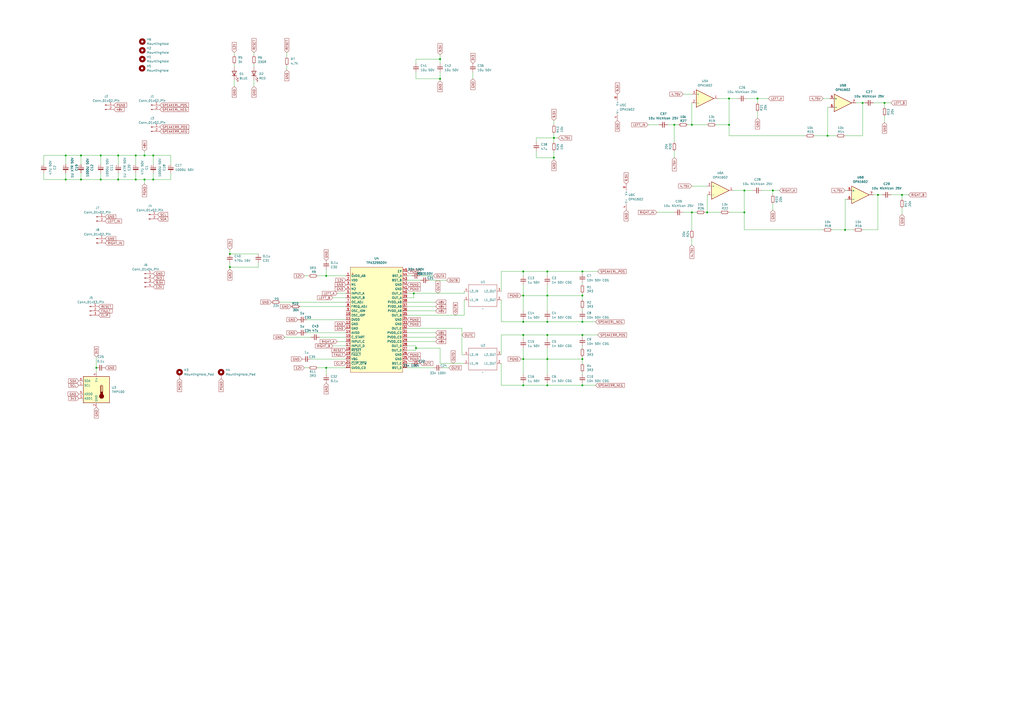
<source format=kicad_sch>
(kicad_sch (version 20231120) (generator "eeschema") (generator_version "8.0")
  (paper "A2")
  (junction (at 317.5 157.48))
  (junction (at 303.53 223.52))
  (junction (at 321.31 80.01))
  (junction (at 83.82 90.17))
  (junction (at 410.21 123.19))
  (junction (at 58.42 104.14))
  (junction (at 509.27 113.03))
  (junction (at 321.31 91.44))
  (junction (at 303.53 208.28))
  (junction (at 255.27 34.29))
  (junction (at 303.53 171.45))
  (junction (at 448.31 110.49))
  (junction (at 88.9 90.17))
  (junction (at 88.9 104.14))
  (junction (at 38.1 104.14))
  (junction (at 500.38 59.69))
  (junction (at 431.8 123.19))
  (junction (at 401.32 72.39))
  (junction (at 78.74 104.14))
  (junction (at 189.23 213.36))
  (junction (at 422.91 57.15))
  (junction (at 241.3 201.93))
  (junction (at 255.27 45.72))
  (junction (at 189.23 160.02))
  (junction (at 303.53 157.48))
  (junction (at 68.58 104.14))
  (junction (at 523.24 113.03))
  (junction (at 391.16 72.39))
  (junction (at 337.82 157.48))
  (junction (at 46.99 90.17))
  (junction (at 38.1 90.17))
  (junction (at 317.5 223.52))
  (junction (at 439.42 57.15))
  (junction (at 513.08 59.69))
  (junction (at 133.35 147.32))
  (junction (at 490.22 133.35))
  (junction (at 337.82 208.28))
  (junction (at 401.32 123.19))
  (junction (at 58.42 90.17))
  (junction (at 337.82 194.31))
  (junction (at 422.91 72.39))
  (junction (at 83.82 104.14))
  (junction (at 317.5 171.45))
  (junction (at 240.03 170.18))
  (junction (at 480.06 78.74))
  (junction (at 303.53 194.31))
  (junction (at 317.5 208.28))
  (junction (at 303.53 186.69))
  (junction (at 317.5 186.69))
  (junction (at 337.82 186.69))
  (junction (at 317.5 194.31))
  (junction (at 46.99 104.14))
  (junction (at 133.35 154.94))
  (junction (at 68.58 90.17))
  (junction (at 78.74 90.17))
  (junction (at 55.88 213.36))
  (junction (at 431.8 110.49))
  (junction (at 337.82 223.52))
  (junction (at 337.82 171.45))
  (wire (pts (xy 290.83 157.48) (xy 290.83 168.91)))
  (wire (pts (xy 147.32 38.735) (xy 147.32 37.211)))
  (wire (pts (xy 401.32 133.35) (xy 401.32 123.19)))
  (wire (pts (xy 255.27 34.29) (xy 241.3 34.29)))
  (wire (pts (xy 321.31 80.01) (xy 311.15 80.01)))
  (wire (pts (xy 337.82 207.01) (xy 337.82 208.28)))
  (wire (pts (xy 38.1 104.14) (xy 46.99 104.14)))
  (wire (pts (xy 391.16 91.44) (xy 391.16 87.63)))
  (wire (pts (xy 83.82 90.17) (xy 83.82 87.63)))
  (wire (pts (xy 236.22 172.72) (xy 240.03 172.72)))
  (wire (pts (xy 303.53 208.28) (xy 317.5 208.28)))
  (wire (pts (xy 241.3 200.66) (xy 241.3 201.93)))
  (wire (pts (xy 260.35 213.36) (xy 256.54 213.36)))
  (wire (pts (xy 509.27 113.03) (xy 509.27 133.35)))
  (wire (pts (xy 523.24 113.03) (xy 516.89 113.03)))
  (wire (pts (xy 427.99 57.15) (xy 422.91 57.15)))
  (wire (pts (xy 317.5 180.34) (xy 317.5 171.45)))
  (wire (pts (xy 337.82 200.66) (xy 337.82 201.93)))
  (wire (pts (xy 193.04 172.72) (xy 200.66 172.72)))
  (wire (pts (xy 189.23 213.36) (xy 200.66 213.36)))
  (wire (pts (xy 337.82 208.28) (xy 337.82 210.82)))
  (wire (pts (xy 185.42 195.58) (xy 200.66 195.58)))
  (wire (pts (xy 149.86 154.94) (xy 133.35 154.94)))
  (wire (pts (xy 337.82 157.48) (xy 346.71 157.48)))
  (wire (pts (xy 255.27 210.82) (xy 269.24 210.82)))
  (wire (pts (xy 495.3 133.35) (xy 490.22 133.35)))
  (wire (pts (xy 302.26 208.28) (xy 303.53 208.28)))
  (wire (pts (xy 431.8 123.19) (xy 431.8 110.49)))
  (wire (pts (xy 38.1 90.17) (xy 38.1 95.25)))
  (wire (pts (xy 25.4 104.14) (xy 38.1 104.14)))
  (wire (pts (xy 321.31 92.71) (xy 321.31 91.44)))
  (wire (pts (xy 252.73 198.12) (xy 236.22 198.12)))
  (wire (pts (xy 38.1 100.33) (xy 38.1 104.14)))
  (wire (pts (xy 46.99 90.17) (xy 46.99 95.25)))
  (wire (pts (xy 317.5 185.42) (xy 317.5 186.69)))
  (wire (pts (xy 321.31 77.47) (xy 321.31 80.01)))
  (wire (pts (xy 396.24 54.61) (xy 401.32 54.61)))
  (wire (pts (xy 416.56 57.15) (xy 422.91 57.15)))
  (wire (pts (xy 269.24 170.18) (xy 240.03 170.18)))
  (wire (pts (xy 337.82 179.07) (xy 337.82 180.34)))
  (wire (pts (xy 189.23 160.02) (xy 200.66 160.02)))
  (wire (pts (xy 240.03 170.18) (xy 240.03 172.72)))
  (wire (pts (xy 162.56 175.26) (xy 200.66 175.26)))
  (wire (pts (xy 302.26 171.45) (xy 303.53 171.45)))
  (wire (pts (xy 337.82 223.52) (xy 317.5 223.52)))
  (wire (pts (xy 251.46 213.36) (xy 236.22 213.36)))
  (wire (pts (xy 25.4 90.17) (xy 25.4 95.25)))
  (wire (pts (xy 135.89 38.735) (xy 135.89 37.211)))
  (wire (pts (xy 321.31 80.01) (xy 321.31 82.55)))
  (wire (pts (xy 78.74 100.33) (xy 78.74 104.14)))
  (wire (pts (xy 241.3 201.93) (xy 255.27 201.93)))
  (wire (pts (xy 165.1 195.58) (xy 180.34 195.58)))
  (wire (pts (xy 135.89 32.131) (xy 135.89 30.48)))
  (wire (pts (xy 452.12 110.49) (xy 448.31 110.49)))
  (wire (pts (xy 523.24 120.65) (xy 523.24 124.46)))
  (wire (pts (xy 290.83 210.82) (xy 290.83 223.52)))
  (wire (pts (xy 448.31 118.11) (xy 448.31 121.92)))
  (wire (pts (xy 391.16 82.55) (xy 391.16 72.39)))
  (wire (pts (xy 147.32 50.165) (xy 147.32 46.355)))
  (wire (pts (xy 317.5 222.25) (xy 317.5 223.52)))
  (wire (pts (xy 513.08 59.69) (xy 506.73 59.69)))
  (wire (pts (xy 303.53 223.52) (xy 303.53 222.25)))
  (wire (pts (xy 303.53 223.52) (xy 290.83 223.52)))
  (wire (pts (xy 482.6 133.35) (xy 490.22 133.35)))
  (wire (pts (xy 422.91 57.15) (xy 422.91 72.39)))
  (wire (pts (xy 303.53 186.69) (xy 303.53 185.42)))
  (wire (pts (xy 303.53 217.17) (xy 303.53 208.28)))
  (wire (pts (xy 337.82 194.31) (xy 346.71 194.31)))
  (wire (pts (xy 177.8 185.42) (xy 200.66 185.42)))
  (wire (pts (xy 99.06 95.25) (xy 99.06 90.17)))
  (wire (pts (xy 317.5 217.17) (xy 317.5 208.28)))
  (wire (pts (xy 88.9 95.25) (xy 88.9 90.17)))
  (wire (pts (xy 337.82 222.25) (xy 337.82 223.52)))
  (wire (pts (xy 243.84 162.56) (xy 236.22 162.56)))
  (wire (pts (xy 147.32 32.131) (xy 147.32 30.48)))
  (wire (pts (xy 184.15 160.02) (xy 189.23 160.02)))
  (wire (pts (xy 500.38 59.69) (xy 500.38 78.74)))
  (wire (pts (xy 133.35 154.94) (xy 133.35 152.4)))
  (wire (pts (xy 311.15 91.44) (xy 321.31 91.44)))
  (wire (pts (xy 317.5 208.28) (xy 337.82 208.28)))
  (wire (pts (xy 135.89 50.165) (xy 135.89 46.355)))
  (wire (pts (xy 189.23 156.21) (xy 189.23 160.02)))
  (wire (pts (xy 415.29 72.39) (xy 422.91 72.39)))
  (wire (pts (xy 46.99 100.33) (xy 46.99 104.14)))
  (wire (pts (xy 337.82 158.75) (xy 337.82 157.48)))
  (wire (pts (xy 55.88 213.36) (xy 55.88 215.9)))
  (wire (pts (xy 523.24 113.03) (xy 523.24 115.57)))
  (wire (pts (xy 509.27 133.35) (xy 500.38 133.35)))
  (wire (pts (xy 439.42 64.77) (xy 439.42 68.58)))
  (wire (pts (xy 303.53 186.69) (xy 290.83 186.69)))
  (wire (pts (xy 133.35 144.78) (xy 133.35 147.32)))
  (wire (pts (xy 195.58 170.18) (xy 200.66 170.18)))
  (wire (pts (xy 83.82 106.68) (xy 83.82 104.14)))
  (wire (pts (xy 490.22 110.49) (xy 491.49 110.49)))
  (wire (pts (xy 290.83 194.31) (xy 290.83 205.74)))
  (wire (pts (xy 267.97 205.74) (xy 269.24 205.74)))
  (wire (pts (xy 195.58 198.12) (xy 200.66 198.12)))
  (wire (pts (xy 480.06 78.74) (xy 485.14 78.74)))
  (wire (pts (xy 58.42 90.17) (xy 58.42 95.25)))
  (wire (pts (xy 439.42 57.15) (xy 439.42 59.69)))
  (wire (pts (xy 58.42 100.33) (xy 58.42 104.14)))
  (wire (pts (xy 509.27 113.03) (xy 506.73 113.03)))
  (wire (pts (xy 439.42 57.15) (xy 433.07 57.15)))
  (wire (pts (xy 241.3 45.72) (xy 255.27 45.72)))
  (wire (pts (xy 375.92 72.39) (xy 382.27 72.39)))
  (wire (pts (xy 337.82 195.58) (xy 337.82 194.31)))
  (wire (pts (xy 236.22 170.18) (xy 240.03 170.18)))
  (wire (pts (xy 252.73 180.34) (xy 236.22 180.34)))
  (wire (pts (xy 193.04 200.66) (xy 200.66 200.66)))
  (wire (pts (xy 445.77 57.15) (xy 439.42 57.15)))
  (wire (pts (xy 46.99 104.14) (xy 58.42 104.14)))
  (wire (pts (xy 516.89 59.69) (xy 513.08 59.69)))
  (wire (pts (xy 477.52 133.35) (xy 431.8 133.35)))
  (wire (pts (xy 490.22 115.57) (xy 491.49 115.57)))
  (wire (pts (xy 255.27 46.99) (xy 255.27 45.72)))
  (wire (pts (xy 317.5 165.1) (xy 317.5 171.45)))
  (wire (pts (xy 241.3 41.91) (xy 241.3 45.72)))
  (wire (pts (xy 78.74 90.17) (xy 78.74 95.25)))
  (wire (pts (xy 252.73 195.58) (xy 236.22 195.58)))
  (wire (pts (xy 259.08 162.56) (xy 248.92 162.56)))
  (wire (pts (xy 251.46 160.02) (xy 243.84 160.02)))
  (wire (pts (xy 55.88 207.01) (xy 55.88 213.36)))
  (wire (pts (xy 303.53 194.31) (xy 290.83 194.31)))
  (wire (pts (xy 480.06 62.23) (xy 481.33 62.23)))
  (wire (pts (xy 303.53 196.85) (xy 303.53 194.31)))
  (wire (pts (xy 99.06 104.14) (xy 99.06 100.33)))
  (wire (pts (xy 78.74 90.17) (xy 68.58 90.17)))
  (wire (pts (xy 317.5 223.52) (xy 303.53 223.52)))
  (wire (pts (xy 133.35 156.21) (xy 133.35 154.94)))
  (wire (pts (xy 303.53 208.28) (xy 303.53 201.93)))
  (wire (pts (xy 303.53 160.02) (xy 303.53 157.48)))
  (wire (pts (xy 238.76 210.82) (xy 236.22 210.82)))
  (wire (pts (xy 149.86 147.32) (xy 133.35 147.32)))
  (wire (pts (xy 401.32 59.69) (xy 401.32 72.39)))
  (wire (pts (xy 255.27 45.72) (xy 255.27 41.91)))
  (wire (pts (xy 88.9 104.14) (xy 99.06 104.14)))
  (wire (pts (xy 527.05 113.03) (xy 523.24 113.03)))
  (wire (pts (xy 166.37 33.02) (xy 166.37 30.48)))
  (wire (pts (xy 317.5 171.45) (xy 337.82 171.45)))
  (wire (pts (xy 58.42 104.14) (xy 68.58 104.14)))
  (wire (pts (xy 236.22 182.88) (xy 269.24 182.88)))
  (wire (pts (xy 166.37 40.64) (xy 166.37 38.1)))
  (wire (pts (xy 303.53 157.48) (xy 290.83 157.48)))
  (wire (pts (xy 252.73 175.26) (xy 236.22 175.26)))
  (wire (pts (xy 337.82 186.69) (xy 317.5 186.69)))
  (wire (pts (xy 431.8 123.19) (xy 431.8 133.35)))
  (wire (pts (xy 410.21 123.19) (xy 417.83 123.19)))
  (wire (pts (xy 472.44 78.74) (xy 480.06 78.74)))
  (wire (pts (xy 68.58 90.17) (xy 58.42 90.17)))
  (wire (pts (xy 317.5 194.31) (xy 317.5 196.85)))
  (wire (pts (xy 303.53 171.45) (xy 317.5 171.45)))
  (wire (pts (xy 88.9 104.14) (xy 88.9 100.33)))
  (wire (pts (xy 303.53 194.31) (xy 317.5 194.31)))
  (wire (pts (xy 425.45 110.49) (xy 431.8 110.49)))
  (wire (pts (xy 68.58 104.14) (xy 68.58 100.33)))
  (wire (pts (xy 303.53 157.48) (xy 317.5 157.48)))
  (wire (pts (xy 290.83 186.69) (xy 290.83 173.99)))
  (wire (pts (xy 477.52 57.15) (xy 481.33 57.15)))
  (wire (pts (xy 267.97 190.5) (xy 267.97 205.74)))
  (wire (pts (xy 513.08 67.31) (xy 513.08 71.12)))
  (wire (pts (xy 83.82 104.14) (xy 78.74 104.14)))
  (wire (pts (xy 467.36 78.74) (xy 422.91 78.74)))
  (wire (pts (xy 236.22 203.2) (xy 241.3 203.2)))
  (wire (pts (xy 311.15 80.01) (xy 311.15 82.55)))
  (wire (pts (xy 255.27 34.29) (xy 255.27 36.83)))
  (wire (pts (xy 448.31 110.49) (xy 441.96 110.49)))
  (wire (pts (xy 311.15 87.63) (xy 311.15 91.44)))
  (wire (pts (xy 321.31 69.85) (xy 321.31 72.39)))
  (wire (pts (xy 317.5 157.48) (xy 317.5 160.02)))
  (wire (pts (xy 58.42 90.17) (xy 46.99 90.17)))
  (wire (pts (xy 238.76 160.02) (xy 236.22 160.02)))
  (wire (pts (xy 321.31 91.44) (xy 321.31 87.63)))
  (wire (pts (xy 490.22 115.57) (xy 490.22 133.35)))
  (wire (pts (xy 513.08 59.69) (xy 513.08 62.23)))
  (wire (pts (xy 500.38 78.74) (xy 490.22 78.74)))
  (wire (pts (xy 68.58 90.17) (xy 68.58 95.25)))
  (wire (pts (xy 337.82 157.48) (xy 317.5 157.48)))
  (wire (pts (xy 184.15 213.36) (xy 189.23 213.36)))
  (wire (pts (xy 436.88 110.49) (xy 431.8 110.49)))
  (wire (pts (xy 480.06 62.23) (xy 480.06 78.74)))
  (wire (pts (xy 78.74 104.14) (xy 68.58 104.14)))
  (wire (pts (xy 337.82 215.9) (xy 337.82 217.17)))
  (wire (pts (xy 173.99 177.8) (xy 200.66 177.8)))
  (wire (pts (xy 337.82 171.45) (xy 337.82 173.99)))
  (wire (pts (xy 398.78 72.39) (xy 401.32 72.39)))
  (wire (pts (xy 422.91 72.39) (xy 422.91 78.74)))
  (wire (pts (xy 236.22 190.5) (xy 267.97 190.5)))
  (wire (pts (xy 401.32 123.19) (xy 403.86 123.19)))
  (wire (pts (xy 317.5 186.69) (xy 303.53 186.69)))
  (wire (pts (xy 38.1 90.17) (xy 25.4 90.17)))
  (wire (pts (xy 337.82 223.52) (xy 345.44 223.52)))
  (wire (pts (xy 391.16 72.39) (xy 393.7 72.39)))
  (wire (pts (xy 177.8 193.04) (xy 200.66 193.04)))
  (wire (pts (xy 317.5 201.93) (xy 317.5 208.28)))
  (wire (pts (xy 25.4 100.33) (xy 25.4 104.14)))
  (wire (pts (xy 83.82 90.17) (xy 78.74 90.17)))
  (wire (pts (xy 189.23 217.17) (xy 189.23 213.36)))
  (wire (pts (xy 176.53 213.36) (xy 179.07 213.36)))
  (wire (pts (xy 46.99 90.17) (xy 38.1 90.17)))
  (wire (pts (xy 500.38 59.69) (xy 496.57 59.69)))
  (wire (pts (xy 381 123.19) (xy 391.16 123.19)))
  (wire (pts (xy 180.34 208.28) (xy 200.66 208.28)))
  (wire (pts (xy 401.32 107.95) (xy 410.21 107.95)))
  (wire (pts (xy 337.82 170.18) (xy 337.82 171.45)))
  (wire (pts (xy 337.82 186.69) (xy 345.44 186.69)))
  (wire (pts (xy 255.27 201.93) (xy 255.27 210.82)))
  (wire (pts (xy 241.3 201.93) (xy 241.3 203.2)))
  (wire (pts (xy 303.53 180.34) (xy 303.53 171.45)))
  (wire (pts (xy 236.22 200.66) (xy 241.3 200.66)))
  (wire (pts (xy 337.82 194.31) (xy 317.5 194.31)))
  (wire (pts (xy 401.32 142.24) (xy 401.32 138.43)))
  (wire (pts (xy 501.65 59.69) (xy 500.38 59.69)))
  (wire (pts (xy 83.82 104.14) (xy 88.9 104.14)))
  (wire (pts (xy 396.24 123.19) (xy 401.32 123.19)))
  (wire (pts (xy 410.21 113.03) (xy 410.21 123.19)))
  (wire (pts (xy 269.24 173.99) (xy 269.24 182.88)))
  (wire (pts (xy 252.73 193.04) (xy 236.22 193.04)))
  (wire (pts (xy 511.81 113.03) (xy 509.27 113.03)))
  (wire (pts (xy 88.9 90.17) (xy 83.82 90.17)))
  (wire (pts (xy 176.53 160.02) (xy 179.07 160.02)))
  (wire (pts (xy 269.24 170.18) (xy 269.24 168.91)))
  (wire (pts (xy 422.91 123.19) (xy 431.8 123.19)))
  (wire (pts (xy 274.32 45.72) (xy 274.32 41.91)))
  (wire (pts (xy 401.32 72.39) (xy 410.21 72.39)))
  (wire (pts (xy 387.35 72.39) (xy 391.16 72.39)))
  (wire (pts (xy 337.82 163.83) (xy 337.82 165.1)))
  (wire (pts (xy 408.94 123.19) (xy 410.21 123.19)))
  (wire (pts (xy 303.53 171.45) (xy 303.53 165.1)))
  (wire (pts (xy 337.82 185.42) (xy 337.82 186.69)))
  (wire (pts (xy 241.3 34.29) (xy 241.3 36.83)))
  (wire (pts (xy 252.73 177.8) (xy 236.22 177.8)))
  (wire (pts (xy 448.31 110.49) (xy 448.31 113.03)))
  (wire (pts (xy 99.06 90.17) (xy 88.9 90.17)))
  (wire (pts (xy 323.85 80.01) (xy 321.31 80.01)))
  (wire (pts (xy 149.86 152.4) (xy 149.86 154.94)))
  (wire (pts (xy 255.27 31.75) (xy 255.27 34.29)))
  (global_label "GND" (shape input) (at 135.89 50.165 270) (property "Intersheetrefs" "${INTERSHEET_REFS}" (effects (hide yes))))
  (global_label "RESET" (shape input) (at 57.15 177.8 0) (property "Intersheetrefs" "${INTERSHEET_REFS}" (effects (hide yes))))
  (global_label "GND" (shape input) (at 60.96 125.73 0) (property "Intersheetrefs" "${INTERSHEET_REFS}" (effects (hide yes))))
  (global_label "FAULT" (shape input) (at 200.66 205.74 180) (property "Intersheetrefs" "${INTERSHEET_REFS}" (effects (hide yes))))
  (global_label "3V3" (shape input) (at 274.32 36.83 90) (property "Intersheetrefs" "${INTERSHEET_REFS}" (effects (hide yes))))
  (global_label "SCL" (shape input) (at 91.44 124.46 0) (property "Intersheetrefs" "${INTERSHEET_REFS}" (effects (hide yes))))
  (global_label "4.75V" (shape input) (at 323.85 80.01 0) (property "Intersheetrefs" "${INTERSHEET_REFS}" (effects (hide yes))))
  (global_label "RIGHT_B" (shape input) (at 527.05 113.03 0) (property "Intersheetrefs" "${INTERSHEET_REFS}" (effects (hide yes))))
  (global_label "48V" (shape input) (at 252.73 193.04 0) (property "Intersheetrefs" "${INTERSHEET_REFS}" (effects (hide yes))))
  (global_label "9.5V" (shape input) (at 88.9 163.83 0) (property "Intersheetrefs" "${INTERSHEET_REFS}" (effects (hide yes))))
  (global_label "SPEAKERL_POS" (shape input) (at 346.71 157.48 0) (property "Intersheetrefs" "${INTERSHEET_REFS}" (effects (hide yes))))
  (global_label "12V" (shape input) (at 88.9 166.37 0) (property "Intersheetrefs" "${INTERSHEET_REFS}" (effects (hide yes))))
  (global_label "RIGHT_A" (shape input) (at 195.58 198.12 180) (property "Intersheetrefs" "${INTERSHEET_REFS}" (effects (hide yes))))
  (global_label "3V3" (shape input) (at 45.72 231.14 180) (property "Intersheetrefs" "${INTERSHEET_REFS}" (effects (hide yes))))
  (global_label "PGND" (shape input) (at 128.27 219.71 270) (property "Intersheetrefs" "${INTERSHEET_REFS}" (effects (hide yes))))
  (global_label "LEFT_B" (shape input) (at 193.04 172.72 180) (property "Intersheetrefs" "${INTERSHEET_REFS}" (effects (hide yes))))
  (global_label "48V" (shape input) (at 252.73 175.26 0) (property "Intersheetrefs" "${INTERSHEET_REFS}" (effects (hide yes))))
  (global_label "PGND" (shape input) (at 236.22 185.42 0) (property "Intersheetrefs" "${INTERSHEET_REFS}" (effects (hide yes))))
  (global_label "GND" (shape input) (at 60.96 213.36 0) (property "Intersheetrefs" "${INTERSHEET_REFS}" (effects (hide yes))))
  (global_label "12V" (shape input) (at 133.35 144.78 90) (property "Intersheetrefs" "${INTERSHEET_REFS}" (effects (hide yes))))
  (global_label "PGND" (shape input) (at 302.26 208.28 180) (property "Intersheetrefs" "${INTERSHEET_REFS}" (effects (hide yes))))
  (global_label "12V" (shape input) (at 200.66 162.56 180) (property "Intersheetrefs" "${INTERSHEET_REFS}" (effects (hide yes))))
  (global_label "4.75V" (shape input) (at 477.52 57.15 180) (property "Intersheetrefs" "${INTERSHEET_REFS}" (effects (hide yes))))
  (global_label "GND" (shape input) (at 523.24 124.46 270) (property "Intersheetrefs" "${INTERSHEET_REFS}" (effects (hide yes))))
  (global_label "GND" (shape input) (at 172.72 185.42 180) (property "Intersheetrefs" "${INTERSHEET_REFS}" (effects (hide yes))))
  (global_label "RIGHT_IN" (shape input) (at 381 123.19 180) (property "Intersheetrefs" "${INTERSHEET_REFS}" (effects (hide yes))))
  (global_label "PGND" (shape input) (at 236.22 208.28 0) (property "Intersheetrefs" "${INTERSHEET_REFS}" (effects (hide yes))))
  (global_label "48V" (shape input) (at 252.73 195.58 0) (property "Intersheetrefs" "${INTERSHEET_REFS}" (effects (hide yes))))
  (global_label "12V" (shape input) (at 176.53 160.02 180) (property "Intersheetrefs" "${INTERSHEET_REFS}" (effects (hide yes))))
  (global_label "4.75V" (shape input) (at 391.16 91.44 270) (property "Intersheetrefs" "${INTERSHEET_REFS}" (effects (hide yes))))
  (global_label "GND" (shape input) (at 448.31 121.92 270) (property "Intersheetrefs" "${INTERSHEET_REFS}" (effects (hide yes))))
  (global_label "PGND" (shape input) (at 236.22 167.64 0) (property "Intersheetrefs" "${INTERSHEET_REFS}" (effects (hide yes))))
  (global_label "4.75V" (shape input) (at 401.32 142.24 270) (property "Intersheetrefs" "${INTERSHEET_REFS}" (effects (hide yes))))
  (global_label "LEFT_B" (shape input) (at 516.89 59.69 0) (property "Intersheetrefs" "${INTERSHEET_REFS}" (effects (hide yes))))
  (global_label "GND" (shape input) (at 189.23 151.13 90) (property "Intersheetrefs" "${INTERSHEET_REFS}" (effects (hide yes))))
  (global_label "GND" (shape input) (at 45.72 228.6 180) (property "Intersheetrefs" "${INTERSHEET_REFS}" (effects (hide yes))))
  (global_label "GND" (shape input) (at 88.9 158.75 0) (property "Intersheetrefs" "${INTERSHEET_REFS}" (effects (hide yes))))
  (global_label "GND" (shape input) (at 166.37 40.64 270) (property "Intersheetrefs" "${INTERSHEET_REFS}" (effects (hide yes))))
  (global_label "LEFT_IN" (shape input) (at 375.92 72.39 180) (property "Intersheetrefs" "${INTERSHEET_REFS}" (effects (hide yes))))
  (global_label "RESET" (shape input) (at 166.37 30.48 90) (property "Intersheetrefs" "${INTERSHEET_REFS}" (effects (hide yes))))
  (global_label "48V" (shape input) (at 252.73 180.34 0) (property "Intersheetrefs" "${INTERSHEET_REFS}" (effects (hide yes))))
  (global_label "48V" (shape input) (at 83.82 87.63 90) (property "Intersheetrefs" "${INTERSHEET_REFS}" (effects (hide yes))))
  (global_label "9.5V" (shape input) (at 358.14 54.61 90) (property "Intersheetrefs" "${INTERSHEET_REFS}" (effects (hide yes))))
  (global_label "SPEAKERR_POS" (shape input) (at 346.71 194.31 0) (property "Intersheetrefs" "${INTERSHEET_REFS}" (effects (hide yes))))
  (global_label "GND" (shape input) (at 60.96 138.43 0) (property "Intersheetrefs" "${INTERSHEET_REFS}" (effects (hide yes))))
  (global_label "GND" (shape input) (at 200.66 187.96 180) (property "Intersheetrefs" "${INTERSHEET_REFS}" (effects (hide yes))))
  (global_label "GND" (shape input) (at 200.66 165.1 180) (property "Intersheetrefs" "${INTERSHEET_REFS}" (effects (hide yes))))
  (global_label "SPEAKERL_POS" (shape input) (at 92.71 60.96 0) (property "Intersheetrefs" "${INTERSHEET_REFS}" (effects (hide yes))))
  (global_label "SPEAKERR_POS" (shape input) (at 92.71 73.66 0) (property "Intersheetrefs" "${INTERSHEET_REFS}" (effects (hide yes))))
  (global_label "12V" (shape input) (at 176.53 213.36 180) (property "Intersheetrefs" "${INTERSHEET_REFS}" (effects (hide yes))))
  (global_label "9.5V" (shape input) (at 363.22 106.68 90) (property "Intersheetrefs" "${INTERSHEET_REFS}" (effects (hide yes))))
  (global_label "SPEAKERR_NEG" (shape input) (at 92.71 76.2 0) (property "Intersheetrefs" "${INTERSHEET_REFS}" (effects (hide yes))))
  (global_label "LEFT_IN" (shape input) (at 60.96 128.27 0) (property "Intersheetrefs" "${INTERSHEET_REFS}" (effects (hide yes))))
  (global_label "PGND" (shape input) (at 302.26 171.45 180) (property "Intersheetrefs" "${INTERSHEET_REFS}" (effects (hide yes))))
  (global_label "CLIP" (shape input) (at 200.66 210.82 180) (property "Intersheetrefs" "${INTERSHEET_REFS}" (effects (hide yes))))
  (global_label "GND" (shape input) (at 200.66 190.5 180) (property "Intersheetrefs" "${INTERSHEET_REFS}" (effects (hide yes))))
  (global_label "48V" (shape input) (at 252.73 198.12 0) (property "Intersheetrefs" "${INTERSHEET_REFS}" (effects (hide yes))))
  (global_label "OUTC" (shape input) (at 243.84 210.82 0) (property "Intersheetrefs" "${INTERSHEET_REFS}" (effects (hide yes))))
  (global_label "12V" (shape input) (at 135.89 30.48 90) (property "Intersheetrefs" "${INTERSHEET_REFS}" (effects (hide yes))))
  (global_label "SCL" (shape input) (at 45.72 223.52 180) (property "Intersheetrefs" "${INTERSHEET_REFS}" (effects (hide yes))))
  (global_label "PGND" (shape input) (at 66.04 60.96 0) (property "Intersheetrefs" "${INTERSHEET_REFS}" (effects (hide yes))))
  (global_label "GND" (shape input) (at 439.42 68.58 270) (property "Intersheetrefs" "${INTERSHEET_REFS}" (effects (hide yes))))
  (global_label "4.75V" (shape input) (at 401.32 107.95 180) (property "Intersheetrefs" "${INTERSHEET_REFS}" (effects (hide yes))))
  (global_label "OUTD" (shape input) (at 260.35 213.36 0) (property "Intersheetrefs" "${INTERSHEET_REFS}" (effects (hide yes))))
  (global_label "GND" (shape input) (at 321.31 92.71 270) (property "Intersheetrefs" "${INTERSHEET_REFS}" (effects (hide yes))))
  (global_label "OUTB" (shape input) (at 264.16 182.88 90) (property "Intersheetrefs" "${INTERSHEET_REFS}" (effects (hide yes))))
  (global_label "LEFT_A" (shape input) (at 195.58 170.18 180) (property "Intersheetrefs" "${INTERSHEET_REFS}" (effects (hide yes))))
  (global_label "GND" (shape input) (at 175.26 208.28 180) (property "Intersheetrefs" "${INTERSHEET_REFS}" (effects (hide yes))))
  (global_label "PGND" (shape input) (at 236.22 157.48 0) (property "Intersheetrefs" "${INTERSHEET_REFS}" (effects (hide yes))))
  (global_label "GND" (shape input) (at 513.08 71.12 270) (property "Intersheetrefs" "${INTERSHEET_REFS}" (effects (hide yes))))
  (global_label "48V" (shape input) (at 252.73 177.8 0) (property "Intersheetrefs" "${INTERSHEET_REFS}" (effects (hide yes))))
  (global_label "RIGHT_A" (shape input) (at 452.12 110.49 0) (property "Intersheetrefs" "${INTERSHEET_REFS}" (effects (hide yes))))
  (global_label "PGND" (shape input) (at 104.14 219.71 270) (property "Intersheetrefs" "${INTERSHEET_REFS}" (effects (hide yes))))
  (global_label "SPEAKERL_NEG" (shape input) (at 345.44 186.69 0) (property "Intersheetrefs" "${INTERSHEET_REFS}" (effects (hide yes))))
  (global_label "OUTC" (shape input) (at 267.97 194.31 0) (property "Intersheetrefs" "${INTERSHEET_REFS}" (effects (hide yes))))
  (global_label "PGND" (shape input) (at 236.22 187.96 0) (property "Intersheetrefs" "${INTERSHEET_REFS}" (effects (hide yes))))
  (global_label "GND" (shape input) (at 172.72 193.04 180) (property "Intersheetrefs" "${INTERSHEET_REFS}" (effects (hide yes))))
  (global_label "GND" (shape input) (at 168.91 177.8 180) (property "Intersheetrefs" "${INTERSHEET_REFS}" (effects (hide yes))))
  (global_label "48V" (shape input) (at 66.04 63.5 0) (property "Intersheetrefs" "${INTERSHEET_REFS}" (effects (hide yes))))
  (global_label "GND" (shape input) (at 147.32 50.165 270) (property "Intersheetrefs" "${INTERSHEET_REFS}" (effects (hide yes))))
  (global_label "OUTA" (shape input) (at 254 170.18 90) (property "Intersheetrefs" "${INTERSHEET_REFS}" (effects (hide yes))))
  (global_label "GND" (shape input) (at 200.66 167.64 180) (property "Intersheetrefs" "${INTERSHEET_REFS}" (effects (hide yes))))
  (global_label "CLIP" (shape input) (at 57.15 182.88 0) (property "Intersheetrefs" "${INTERSHEET_REFS}" (effects (hide yes))))
  (global_label "GND" (shape input) (at 358.14 69.85 270) (property "Intersheetrefs" "${INTERSHEET_REFS}" (effects (hide yes))))
  (global_label "3V3" (shape input) (at 55.88 207.01 90) (property "Intersheetrefs" "${INTERSHEET_REFS}" (effects (hide yes))))
  (global_label "GND" (shape input) (at 274.32 45.72 270) (property "Intersheetrefs" "${INTERSHEET_REFS}" (effects (hide yes))))
  (global_label "3V3" (shape input) (at 88.9 161.29 0) (property "Intersheetrefs" "${INTERSHEET_REFS}" (effects (hide yes))))
  (global_label "PGND" (shape input) (at 83.82 106.68 270) (property "Intersheetrefs" "${INTERSHEET_REFS}" (effects (hide yes))))
  (global_label "RESET" (shape input) (at 147.32 30.48 90) (property "Intersheetrefs" "${INTERSHEET_REFS}" (effects (hide yes))))
  (global_label "OUTB" (shape input) (at 259.08 162.56 0) (property "Intersheetrefs" "${INTERSHEET_REFS}" (effects (hide yes))))
  (global_label "SDA" (shape input) (at 91.44 127 0) (property "Intersheetrefs" "${INTERSHEET_REFS}" (effects (hide yes))))
  (global_label "GND" (shape input) (at 255.27 46.99 270) (property "Intersheetrefs" "${INTERSHEET_REFS}" (effects (hide yes))))
  (global_label "LEFT_A" (shape input) (at 445.77 57.15 0) (property "Intersheetrefs" "${INTERSHEET_REFS}" (effects (hide yes))))
  (global_label "9.5V" (shape input) (at 321.31 69.85 90) (property "Intersheetrefs" "${INTERSHEET_REFS}" (effects (hide yes))))
  (global_label "GND" (shape input) (at 55.88 236.22 270) (property "Intersheetrefs" "${INTERSHEET_REFS}" (effects (hide yes))))
  (global_label "RIGHT_IN" (shape input) (at 60.96 140.97 0) (property "Intersheetrefs" "${INTERSHEET_REFS}" (effects (hide yes))))
  (global_label "PGND" (shape input) (at 236.22 205.74 0) (property "Intersheetrefs" "${INTERSHEET_REFS}" (effects (hide yes))))
  (global_label "GND" (shape input) (at 363.22 121.92 270) (property "Intersheetrefs" "${INTERSHEET_REFS}" (effects (hide yes))))
  (global_label "RESET" (shape input) (at 200.66 203.2 180) (property "Intersheetrefs" "${INTERSHEET_REFS}" (effects (hide yes))))
  (global_label "OUTD" (shape input) (at 262.89 210.82 90) (property "Intersheetrefs" "${INTERSHEET_REFS}" (effects (hide yes))))
  (global_label "SPEAKERL_NEG" (shape input) (at 92.71 63.5 0) (property "Intersheetrefs" "${INTERSHEET_REFS}" (effects (hide yes))))
  (global_label "GND" (shape input) (at 133.35 156.21 270) (property "Intersheetrefs" "${INTERSHEET_REFS}" (effects (hide yes))))
  (global_label "FAULT" (shape input) (at 57.15 180.34 0) (property "Intersheetrefs" "${INTERSHEET_REFS}" (effects (hide yes))))
  (global_label "GND" (shape input) (at 157.48 175.26 180) (property "Intersheetrefs" "${INTERSHEET_REFS}" (effects (hide yes))))
  (global_label "OUTA" (shape input) (at 251.46 160.02 0) (property "Intersheetrefs" "${INTERSHEET_REFS}" (effects (hide yes))))
  (global_label "SDA" (shape input) (at 45.72 220.98 180) (property "Intersheetrefs" "${INTERSHEET_REFS}" (effects (hide yes))))
  (global_label "4.75V" (shape input) (at 490.22 110.49 180) (property "Intersheetrefs" "${INTERSHEET_REFS}" (effects (hide yes))))
  (global_label "9.5V" (shape input) (at 255.27 31.75 90) (property "Intersheetrefs" "${INTERSHEET_REFS}" (effects (hide yes))))
  (global_label "GND" (shape input) (at 189.23 222.25 270) (property "Intersheetrefs" "${INTERSHEET_REFS}" (effects (hide yes))))
  (global_label "GND" (shape input) (at 165.1 195.58 180) (property "Intersheetrefs" "${INTERSHEET_REFS}" (effects (hide yes))))
  (global_label "PGND" (shape input) (at 236.22 165.1 0) (property "Intersheetrefs" "${INTERSHEET_REFS}" (effects (hide yes))))
  (global_label "4.75V" (shape input) (at 396.24 54.61 180) (property "Intersheetrefs" "${INTERSHEET_REFS}" (effects (hide yes))))
  (global_label "SPEAKERR_NEG" (shape input) (at 345.44 223.52 0) (property "Intersheetrefs" "${INTERSHEET_REFS}" (effects (hide yes))))
  (global_label "RIGHT_B" (shape input) (at 193.04 200.66 180) (property "Intersheetrefs" "${INTERSHEET_REFS}" (effects (hide yes))))
  (symbol (lib_id "Device:C_Small") (at 189.23 153.67 0) (mirror x) (unit 1)
    (property "Reference" "C30" (at 191.77 154.9338 0) (effects (justify left)))
    (property "Value" "0.1u" (at 191.77 152.3938 0) (effects (justify left)))
    (property "Footprint" "Capacitor_SMD:C_0805_2012Metric_Pad1.18x1.45mm_HandSolder" (effects (hide yes)))
    (property "Description" "Unpolarized capacitor, small symbol" (effects (hide yes)))
  )
  (symbol (lib_id "Device:C_Small") (at 303.53 162.56 0) (unit 1)
    (property "Reference" "C13" (at 306.07 161.2962 0) (effects (justify left)))
    (property "Value" "1u 50V" (at 306.07 163.8362 0) (effects (justify left)))
    (property "Footprint" "Capacitor_THT:CP_Radial_D5.0mm_P2.00mm" (effects (hide yes)))
    (property "Description" "Unpolarized capacitor, small symbol" (effects (hide yes)))
  )
  (symbol (lib_id "Amplifier_Operational:OPA1602") (at 488.95 59.69 0) (unit 2)
    (property "Reference" "U5" (at 488.95 49.53 0))
    (property "Value" "OPA1602" (at 488.95 52.07 0))
    (property "Footprint" "Package_SO:SOIC-8_3.9x4.9mm_P1.27mm" (effects (hide yes)))
    (property "Datasheet" "http://www.ti.com/lit/ds/symlink/opa1604.pdf" (effects (hide yes)))
    (property "Description" "Dual SoundPlus High Performance, Bipolar-Input Audio Operational Amplifiers, SOIC-8/MSOP-8" (effects (hide yes)))
  )
  (symbol (lib_id "Device:R_Small") (at 135.89 34.671 0) (unit 1)
    (property "Reference" "R5" (at 138.049 33.4009 0) (effects (justify left)))
    (property "Value" "3K" (at 138.049 35.9409 0) (effects (justify left)))
    (property "Footprint" "Resistor_SMD:R_0603_1608Metric_Pad0.98x0.95mm_HandSolder" (effects (hide yes)))
  )
  (symbol (lib_id "Device:C_Small") (at 337.82 198.12 0) (unit 1)
    (property "Reference" "C9" (at 340.36 196.8562 0) (effects (justify left)))
    (property "Value" "10n 50V C0G" (at 340.36 199.3962 0) (effects (justify left)))
    (property "Footprint" "Capacitor_SMD:C_1206_3216Metric_Pad1.33x1.80mm_HandSolder" (effects (hide yes)))
    (property "Description" "Unpolarized capacitor, small symbol" (effects (hide yes)))
  )
  (symbol (lib_id "Device:C_Polarized_Small") (at 38.1 97.79 0) (unit 1)
    (property "Reference" "C19" (at 44.45 97.2439 90))
    (property "Value" "1U X7R 50V" (at 41.91 97.2439 90))
    (property "Footprint" "Capacitor_SMD:C_1206_3216Metric_Pad1.33x1.80mm_HandSolder" (effects (hide yes)))
    (property "Mouser" " 80-C1206X475J5RACTU " (effects (hide yes)))
  )
  (symbol (lib_id "Mechanical:MountingHole") (at 82.55 34.29 0) (unit 1)
    (property "Reference" "H1" (at 85.09 33.0199 0) (effects (justify left)))
    (property "Value" "MountingHole" (at 85.09 35.5599 0) (effects (justify left)))
    (property "Footprint" "MountingHole:MountingHole_3.2mm_M3_DIN965_Pad_TopOnly" (effects (hide yes)))
  )
  (symbol (lib_id "Device:R_Small") (at 420.37 123.19 270) (unit 1)
    (property "Reference" "R22" (at 418.592 120.9039 90) (effects (justify left)))
    (property "Value" "13k" (at 418.592 118.618 90) (effects (justify left)))
    (property "Footprint" "Capacitor_SMD:C_0603_1608Metric_Pad1.08x0.95mm_HandSolder" (effects (hide yes)))
    (property "Description" "Resistor, small symbol" (effects (hide yes)))
  )
  (symbol (lib_id "Connector:Conn_01x03_Pin") (at 52.07 180.34 0) (unit 1)
    (property "Reference" "J5" (at 52.705 172.72 0))
    (property "Value" "Conn_01x03_Pin" (at 52.705 175.26 0))
    (property "Footprint" "Connector_JST:JST_PH_B3B-PH-K_1x03_P2.00mm_Vertical" (effects (hide yes)))
    (property "Description" "Generic connector, single row, 01x03, script generated" (effects (hide yes)))
  )
  (symbol (lib_id "Device:C_Small") (at 303.53 219.71 0) (unit 1)
    (property "Reference" "C16" (at 306.07 218.4462 0) (effects (justify left)))
    (property "Value" "1u 50V" (at 306.07 220.9862 0) (effects (justify left)))
    (property "Footprint" "Capacitor_THT:CP_Radial_D5.0mm_P2.00mm" (effects (hide yes)))
    (property "Description" "Unpolarized capacitor, small symbol" (effects (hide yes)))
  )
  (symbol (lib_id "Device:C_Small") (at 241.3 160.02 90) (unit 1)
    (property "Reference" "C23" (at 244.602 158.75 90))
    (property "Value" "33n 100V" (at 241.3063 156.21 90))
    (property "Footprint" "Capacitor_SMD:C_1206_3216Metric_Pad1.33x1.80mm_HandSolder" (effects (hide yes)))
    (property "Description" "Unpolarized capacitor, small symbol" (effects (hide yes)))
  )
  (symbol (lib_id "Device:LED") (at 135.89 42.545 90) (unit 1)
    (property "Reference" "D1" (at 138.811 42.8624 90) (effects (justify right)))
    (property "Value" "BLUE" (at 138.811 45.4024 90) (effects (justify right)))
    (property "Footprint" "LED_SMD:LED_0603_1608Metric_Pad1.05x0.95mm_HandSolder" (effects (hide yes)))
    (property "LCSC" "XL-1608UBC-04" (effects (hide yes)))
  )
  (symbol (lib_id "Device:C_Small") (at 430.53 57.15 270) (unit 1)
    (property "Reference" "C26" (at 430.5236 50.8 90))
    (property "Value" "10u Nichicon 25V" (at 430.5236 53.34 90))
    (property "Footprint" "Capacitor_THT:CP_Radial_D5.0mm_P2.50mm" (effects (hide yes)))
    (property "Description" "Unpolarized capacitor, small symbol" (effects (hide yes)))
  )
  (symbol (lib_id "Device:R_Small") (at 337.82 167.64 0) (unit 1)
    (property "Reference" "R1" (at 340.36 166.624 0) (effects (justify left)))
    (property "Value" "3R3" (at 340.36 168.9099 0) (effects (justify left)))
    (property "Footprint" "Resistor_SMD:R_2512_6332Metric_Pad1.40x3.35mm_HandSolder" (effects (hide yes)))
    (property "Description" "Resistor, small symbol" (effects (hide yes)))
  )
  (symbol (lib_id "Device:C_Small") (at 254 213.36 90) (unit 1)
    (property "Reference" "C24" (at 257.302 212.09 90))
    (property "Value" "33n 100V" (at 254 216.408 90))
    (property "Footprint" "Capacitor_SMD:C_1206_3216Metric_Pad1.33x1.80mm_HandSolder" (effects (hide yes)))
    (property "Description" "Unpolarized capacitor, small symbol" (effects (hide yes)))
  )
  (symbol (lib_id "Connector:Conn_01x02_Pin") (at 60.96 60.96 0) (unit 1)
    (property "Reference" "J2" (at 61.595 55.88 0))
    (property "Value" "Conn_01x02_Pin" (at 61.595 58.42 0))
    (property "Footprint" "Connector_JST:JST_VH_B2P-VH-B_1x02_P3.96mm_Vertical" (effects (hide yes)))
    (property "Description" "Generic connector, single row, 01x02, script generated" (effects (hide yes)))
  )
  (symbol (lib_id "Mechanical:MountingHole_Pad") (at 128.27 217.17 0) (unit 1) (exclude_from_sim yes) (in_bom no)
    (property "Reference" "H4" (at 130.81 214.6299 0) (effects (justify left)))
    (property "Value" "MountingHole_Pad" (at 130.81 217.1699 0) (effects (justify left)))
    (property "Footprint" "MountingHole:MountingHole_3.2mm_M3_DIN965_Pad_TopBottom" (effects (hide yes)))
    (property "Description" "Mounting Hole with connection" (effects (hide yes)))
  )
  (symbol (lib_id "Device:R_Small") (at 497.84 133.35 270) (unit 1)
    (property "Reference" "R16" (at 496.062 131.0639 90) (effects (justify left)))
    (property "Value" "10k" (at 496.062 128.778 90) (effects (justify left)))
    (property "Footprint" "Capacitor_SMD:C_0603_1608Metric_Pad1.08x0.95mm_HandSolder" (effects (hide yes)))
    (property "Description" "Resistor, small symbol" (effects (hide yes)))
  )
  (symbol (lib_id "Device:C_Small") (at 317.5 162.56 0) (unit 1)
    (property "Reference" "C3" (at 320.04 161.2962 0) (effects (justify left)))
    (property "Value" "1n 50V C0G" (at 320.04 163.8362 0) (effects (justify left)))
    (property "Footprint" "Capacitor_SMD:C_1206_3216Metric_Pad1.33x1.80mm_HandSolder" (effects (hide yes)))
    (property "Description" "Unpolarized capacitor, small symbol" (effects (hide yes)))
  )
  (symbol (lib_id "Device:C_Small") (at 175.26 185.42 90) (unit 1)
    (property "Reference" "C33" (at 178.562 184.15 90))
    (property "Value" "1u" (at 175.2663 181.61 90))
    (property "Footprint" "Capacitor_SMD:C_1206_3216Metric_Pad1.33x1.80mm_HandSolder" (effects (hide yes)))
    (property "Description" "Unpolarized capacitor, small symbol" (effects (hide yes)))
  )
  (symbol (lib_id "Device:R_Small") (at 181.61 160.02 90) (mirror x) (unit 1)
    (property "Reference" "R8" (at 183.388 157.7339 90) (effects (justify left)))
    (property "Value" "3R3" (at 183.388 155.448 90) (effects (justify left)))
    (property "Footprint" "Capacitor_SMD:C_0603_1608Metric_Pad1.08x0.95mm_HandSolder" (effects (hide yes)))
    (property "Description" "Resistor, small symbol" (effects (hide yes)))
  )
  (symbol (lib_id "Custom:UA8014-AL") (at 279.4 200.66 0) (mirror x) (unit 1)
    (property "Reference" "U2" (at 280.162 200.406 0))
    (property "Value" "~" (at 280.035 215.9 0))
    (property "Footprint" "Custom:UA8014-AL" (effects (hide yes)))
  )
  (symbol (lib_id "Device:C_Small") (at 504.19 59.69 270) (unit 1)
    (property "Reference" "C27" (at 504.1836 53.34 90))
    (property "Value" "10u Nichicon 25V" (at 504.1836 55.88 90))
    (property "Footprint" "Capacitor_THT:CP_Radial_D5.0mm_P2.50mm" (effects (hide yes)))
    (property "Description" "Unpolarized capacitor, small symbol" (effects (hide yes)))
  )
  (symbol (lib_id "Device:C_Polarized_Small") (at 68.58 97.79 0) (unit 1)
    (property "Reference" "C20" (at 74.93 97.2439 90))
    (property "Value" "1U X7R 50V" (at 72.39 97.2439 90))
    (property "Footprint" "Capacitor_SMD:C_1206_3216Metric_Pad1.33x1.80mm_HandSolder" (effects (hide yes)))
    (property "Mouser" " 80-C1206X475J5RACTU " (effects (hide yes)))
  )
  (symbol (lib_id "Device:C_Polarized_Small") (at 46.99 97.79 0) (unit 1)
    (property "Reference" "C12" (at 53.34 97.2439 90))
    (property "Value" "1000U 50V" (at 50.8 97.2439 90))
    (property "Footprint" "Capacitor_THT:CP_Radial_D12.5mm_P5.00mm" (effects (hide yes)))
  )
  (symbol (lib_id "Device:R_Small") (at 391.16 85.09 0) (unit 1)
    (property "Reference" "R20" (at 388.8739 86.868 90) (effects (justify left)))
    (property "Value" "20k" (at 386.588 86.868 90) (effects (justify left)))
    (property "Footprint" "Capacitor_SMD:C_0603_1608Metric_Pad1.08x0.95mm_HandSolder" (effects (hide yes)))
    (property "Description" "Resistor, small symbol" (effects (hide yes)))
  )
  (symbol (lib_id "Device:R_Small") (at 487.68 78.74 270) (unit 1)
    (property "Reference" "R14" (at 485.902 76.4539 90) (effects (justify left)))
    (property "Value" "10k" (at 485.902 74.168 90) (effects (justify left)))
    (property "Footprint" "Capacitor_SMD:C_0603_1608Metric_Pad1.08x0.95mm_HandSolder" (effects (hide yes)))
    (property "Description" "Resistor, small symbol" (effects (hide yes)))
  )
  (symbol (lib_id "Device:R_Small") (at 412.75 72.39 270) (unit 1)
    (property "Reference" "R19" (at 410.972 70.1039 90) (effects (justify left)))
    (property "Value" "13k" (at 410.972 67.818 90) (effects (justify left)))
    (property "Footprint" "Capacitor_SMD:C_0603_1608Metric_Pad1.08x0.95mm_HandSolder" (effects (hide yes)))
    (property "Description" "Resistor, small symbol" (effects (hide yes)))
  )
  (symbol (lib_id "Device:C_Small") (at 317.5 182.88 0) (unit 1)
    (property "Reference" "C4" (at 320.04 181.6162 0) (effects (justify left)))
    (property "Value" "1n 50V C0G" (at 320.04 184.1562 0) (effects (justify left)))
    (property "Footprint" "Capacitor_SMD:C_1206_3216Metric_Pad1.33x1.80mm_HandSolder" (effects (hide yes)))
    (property "Description" "Unpolarized capacitor, small symbol" (effects (hide yes)))
  )
  (symbol (lib_id "Device:R_Small") (at 523.24 118.11 180) (unit 1)
    (property "Reference" "R17" (at 525.5261 116.332 90) (effects (justify left)))
    (property "Value" "20k" (at 527.812 116.332 90) (effects (justify left)))
    (property "Footprint" "Capacitor_SMD:C_0603_1608Metric_Pad1.08x0.95mm_HandSolder" (effects (hide yes)))
    (property "Description" "Resistor, small symbol" (effects (hide yes)))
  )
  (symbol (lib_id "Amplifier_Operational:OPA1602") (at 408.94 57.15 0) (unit 1)
    (property "Reference" "U5" (at 408.94 46.99 0))
    (property "Value" "OPA1602" (at 408.94 49.53 0))
    (property "Footprint" "Package_SO:SOIC-8_3.9x4.9mm_P1.27mm" (effects (hide yes)))
    (property "Datasheet" "http://www.ti.com/lit/ds/symlink/opa1604.pdf" (effects (hide yes)))
    (property "Description" "Dual SoundPlus High Performance, Bipolar-Input Audio Operational Amplifiers, SOIC-8/MSOP-8" (effects (hide yes)))
  )
  (symbol (lib_id "Device:C_Small") (at 337.82 219.71 0) (unit 1)
    (property "Reference" "C10" (at 340.36 218.4462 0) (effects (justify left)))
    (property "Value" "10n 50V C0G" (at 340.36 220.9862 0) (effects (justify left)))
    (property "Footprint" "Capacitor_SMD:C_1206_3216Metric_Pad1.33x1.80mm_HandSolder" (effects (hide yes)))
    (property "Description" "Unpolarized capacitor, small symbol" (effects (hide yes)))
  )
  (symbol (lib_id "Device:R_Small") (at 147.32 34.671 0) (unit 1)
    (property "Reference" "R6" (at 149.479 33.4009 0) (effects (justify left)))
    (property "Value" "330R" (at 149.479 35.9409 0) (effects (justify left)))
    (property "Footprint" "Resistor_SMD:R_0603_1608Metric_Pad0.98x0.95mm_HandSolder" (effects (hide yes)))
  )
  (symbol (lib_id "Device:R_Small") (at 513.08 64.77 180) (unit 1)
    (property "Reference" "R13" (at 515.3661 62.992 90) (effects (justify left)))
    (property "Value" "20k" (at 517.652 62.992 90) (effects (justify left)))
    (property "Footprint" "Capacitor_SMD:C_0603_1608Metric_Pad1.08x0.95mm_HandSolder" (effects (hide yes)))
    (property "Description" "Resistor, small symbol" (effects (hide yes)))
  )
  (symbol (lib_id "Device:LED") (at 147.32 42.545 90) (unit 1)
    (property "Reference" "D2" (at 150.241 42.8624 90) (effects (justify right)))
    (property "Value" "RED" (at 150.241 45.4024 90) (effects (justify right)))
    (property "Footprint" "LED_SMD:LED_0603_1608Metric_Pad1.05x0.95mm_HandSolder" (effects (hide yes)))
    (property "LCSC" "XL-1608UBC-04" (effects (hide yes)))
  )
  (symbol (lib_id "Device:C_Small") (at 241.3 39.37 0) (unit 1)
    (property "Reference" "C41" (at 243.84 38.1062 0) (effects (justify left)))
    (property "Value" "10u 50V" (at 243.84 40.6462 0) (effects (justify left)))
    (property "Footprint" "Capacitor_SMD:C_1206_3216Metric_Pad1.33x1.80mm_HandSolder" (effects (hide yes)))
    (property "Description" "Unpolarized capacitor, small symbol" (effects (hide yes)))
  )
  (symbol (lib_id "Device:R_Small") (at 401.32 135.89 0) (unit 1)
    (property "Reference" "R24" (at 399.0339 137.668 90) (effects (justify left)))
    (property "Value" "20k" (at 396.748 137.668 90) (effects (justify left)))
    (property "Footprint" "Capacitor_SMD:C_0603_1608Metric_Pad1.08x0.95mm_HandSolder" (effects (hide yes)))
    (property "Description" "Resistor, small symbol" (effects (hide yes)))
  )
  (symbol (lib_id "Device:C_Small") (at 337.82 161.29 0) (unit 1)
    (property "Reference" "C7" (at 340.36 160.0262 0) (effects (justify left)))
    (property "Value" "10n 50V C0G" (at 340.36 162.5662 0) (effects (justify left)))
    (property "Footprint" "Capacitor_SMD:C_1206_3216Metric_Pad1.33x1.80mm_HandSolder" (effects (hide yes)))
    (property "Description" "Unpolarized capacitor, small symbol" (effects (hide yes)))
  )
  (symbol (lib_id "Device:C_Small") (at 241.3 210.82 90) (unit 1)
    (property "Reference" "C22" (at 244.602 209.55 90))
    (property "Value" "33n 100V" (at 238.506 212.09 90))
    (property "Footprint" "Capacitor_SMD:C_1206_3216Metric_Pad1.33x1.80mm_HandSolder" (effects (hide yes)))
    (property "Description" "Unpolarized capacitor, small symbol" (effects (hide yes)))
  )
  (symbol (lib_id "Device:C_Small") (at 317.5 219.71 0) (unit 1)
    (property "Reference" "C6" (at 320.04 218.4462 0) (effects (justify left)))
    (property "Value" "1n 50V C0G" (at 320.04 220.9862 0) (effects (justify left)))
    (property "Footprint" "Capacitor_SMD:C_1206_3216Metric_Pad1.33x1.80mm_HandSolder" (effects (hide yes)))
    (property "Description" "Unpolarized capacitor, small symbol" (effects (hide yes)))
  )
  (symbol (lib_id "Device:R_Small") (at 166.37 35.56 0) (unit 1)
    (property "Reference" "R7" (at 168.529 34.2899 0) (effects (justify left)))
    (property "Value" "4.7K" (at 168.529 36.8299 0) (effects (justify left)))
    (property "Footprint" "Resistor_SMD:R_0603_1608Metric_Pad0.98x0.95mm_HandSolder" (effects (hide yes)))
  )
  (symbol (lib_id "Device:R_Small") (at 448.31 115.57 180) (unit 1)
    (property "Reference" "R23" (at 450.5961 113.792 90) (effects (justify left)))
    (property "Value" "20k" (at 452.882 113.792 90) (effects (justify left)))
    (property "Footprint" "Capacitor_SMD:C_0603_1608Metric_Pad1.08x0.95mm_HandSolder" (effects (hide yes)))
    (property "Description" "Resistor, small symbol" (effects (hide yes)))
  )
  (symbol (lib_id "Device:R_Small") (at 439.42 62.23 180) (unit 1)
    (property "Reference" "R21" (at 441.7061 60.452 90) (effects (justify left)))
    (property "Value" "20k" (at 443.992 60.452 90) (effects (justify left)))
    (property "Footprint" "Capacitor_SMD:C_0603_1608Metric_Pad1.08x0.95mm_HandSolder" (effects (hide yes)))
    (property "Description" "Resistor, small symbol" (effects (hide yes)))
  )
  (symbol (lib_id "Device:C_Small") (at 514.35 113.03 270) (unit 1)
    (property "Reference" "C29" (at 514.3436 106.68 90))
    (property "Value" "10u Nichicon 25V" (at 514.3436 109.22 90))
    (property "Footprint" "Capacitor_THT:CP_Radial_D5.0mm_P2.50mm" (effects (hide yes)))
    (property "Description" "Unpolarized capacitor, small symbol" (effects (hide yes)))
  )
  (symbol (lib_id "Amplifier_Operational:OPA1602") (at 360.68 62.23 0) (unit 3)
    (property "Reference" "U5" (at 359.41 60.9599 0) (effects (justify left)))
    (property "Value" "OPA1602" (at 359.41 63.4999 0) (effects (justify left)))
    (property "Footprint" "Package_SO:SOIC-8_3.9x4.9mm_P1.27mm" (effects (hide yes)))
    (property "Datasheet" "http://www.ti.com/lit/ds/symlink/opa1604.pdf" (effects (hide yes)))
    (property "Description" "Dual SoundPlus High Performance, Bipolar-Input Audio Operational Amplifiers, SOIC-8/MSOP-8" (effects (hide yes)))
  )
  (symbol (lib_id "Device:R_Small") (at 171.45 177.8 90) (unit 1)
    (property "Reference" "R10" (at 173.228 176.022 90) (effects (justify left)))
    (property "Value" "30k" (at 173.482 179.832 90) (effects (justify left)))
    (property "Footprint" "Capacitor_SMD:C_0603_1608Metric_Pad1.08x0.95mm_HandSolder" (effects (hide yes)))
    (property "Description" "Resistor, small symbol" (effects (hide yes)))
  )
  (symbol (lib_id "Device:R_Small") (at 480.06 133.35 270) (unit 1)
    (property "Reference" "R18" (at 478.282 131.0639 90) (effects (justify left)))
    (property "Value" "10k" (at 478.282 128.778 90) (effects (justify left)))
    (property "Footprint" "Capacitor_SMD:C_0603_1608Metric_Pad1.08x0.95mm_HandSolder" (effects (hide yes)))
    (property "Description" "Resistor, small symbol" (effects (hide yes)))
  )
  (symbol (lib_id "Device:C_Small") (at 182.88 195.58 90) (unit 1)
    (property "Reference" "C43" (at 182.8863 189.23 90))
    (property "Value" "47u" (at 182.8863 191.77 90))
    (property "Footprint" "Capacitor_SMD:C_1206_3216Metric_Pad1.33x1.80mm_HandSolder" (effects (hide yes)))
    (property "Description" "Unpolarized capacitor, small symbol" (effects (hide yes)))
  )
  (symbol (lib_id "Device:R_Small") (at 321.31 74.93 180) (unit 1)
    (property "Reference" "R12" (at 323.5961 73.152 90) (effects (justify left)))
    (property "Value" "10k" (at 325.882 73.152 90) (effects (justify left)))
    (property "Footprint" "Capacitor_SMD:C_0603_1608Metric_Pad1.08x0.95mm_HandSolder" (effects (hide yes)))
    (property "Description" "Resistor, small symbol" (effects (hide yes)))
  )
  (symbol (lib_id "Device:C_Small") (at 311.15 85.09 0) (unit 1)
    (property "Reference" "C38" (at 313.69 83.8262 0) (effects (justify left)))
    (property "Value" "47u" (at 313.69 86.3662 0) (effects (justify left)))
    (property "Footprint" "Capacitor_SMD:C_1206_3216Metric_Pad1.33x1.80mm_HandSolder" (effects (hide yes)))
    (property "Description" "Unpolarized capacitor, small symbol" (effects (hide yes)))
  )
  (symbol (lib_id "Mechanical:MountingHole") (at 82.55 29.21 0) (unit 1)
    (property "Reference" "H2" (at 85.09 27.9399 0) (effects (justify left)))
    (property "Value" "MountingHole" (at 85.09 30.4799 0) (effects (justify left)))
    (property "Footprint" "MountingHole:MountingHole_3.2mm_M3_DIN965_Pad_TopOnly" (effects (hide yes)))
  )
  (symbol (lib_id "Device:C_Small") (at 246.38 162.56 90) (unit 1)
    (property "Reference" "C21" (at 249.682 161.29 90))
    (property "Value" "33n 100V" (at 246.3863 158.75 90))
    (property "Footprint" "Capacitor_SMD:C_1206_3216Metric_Pad1.33x1.80mm_HandSolder" (effects (hide yes)))
    (property "Description" "Unpolarized capacitor, small symbol" (effects (hide yes)))
  )
  (symbol (lib_id "Connector:Conn_01x02_Pin") (at 87.63 73.66 0) (unit 1)
    (property "Reference" "J3" (at 88.265 68.58 0))
    (property "Value" "Conn_01x02_Pin" (at 88.265 71.12 0))
    (property "Footprint" "Connector_JST:JST_VH_B2P-VH-B_1x02_P3.96mm_Vertical" (effects (hide yes)))
    (property "Description" "Generic connector, single row, 01x02, script generated" (effects (hide yes)))
  )
  (symbol (lib_id "Mechanical:MountingHole_Pad") (at 104.14 217.17 0) (unit 1) (exclude_from_sim yes) (in_bom no)
    (property "Reference" "H3" (at 106.68 214.6299 0) (effects (justify left)))
    (property "Value" "MountingHole_Pad" (at 106.68 217.1699 0) (effects (justify left)))
    (property "Footprint" "MountingHole:MountingHole_3.2mm_M3_DIN965_Pad_TopBottom" (effects (hide yes)))
    (property "Description" "Mounting Hole with connection" (effects (hide yes)))
  )
  (symbol (lib_id "Device:C_Small") (at 384.81 72.39 270) (unit 1)
    (property "Reference" "C37" (at 384.8036 66.04 90))
    (property "Value" "10u Nichicon 25V" (at 384.8036 68.58 90))
    (property "Footprint" "Capacitor_THT:CP_Radial_D5.0mm_P2.50mm" (effects (hide yes)))
    (property "Description" "Unpolarized capacitor, small symbol" (effects (hide yes)))
  )
  (symbol (lib_id "Device:C_Small") (at 317.5 199.39 0) (unit 1)
    (property "Reference" "C5" (at 320.04 198.1262 0) (effects (justify left)))
    (property "Value" "1n 50V C0G" (at 320.04 200.6662 0) (effects (justify left)))
    (property "Footprint" "Capacitor_SMD:C_1206_3216Metric_Pad1.33x1.80mm_HandSolder" (effects (hide yes)))
    (property "Description" "Unpolarized capacitor, small symbol" (effects (hide yes)))
  )
  (symbol (lib_id "Mechanical:MountingHole") (at 82.55 24.13 0) (unit 1)
    (property "Reference" "H6" (at 85.09 22.8599 0) (effects (justify left)))
    (property "Value" "MountingHole" (at 85.09 25.3999 0) (effects (justify left)))
    (property "Footprint" "MountingHole:MountingHole_3.2mm_M3_DIN965_Pad_TopOnly" (effects (hide yes)))
  )
  (symbol (lib_id "Sensor_Temperature:TMP100") (at 55.88 226.06 0) (unit 1)
    (property "Reference" "U3" (at 64.77 224.7899 0) (effects (justify left)))
    (property "Value" "TMP100" (at 64.77 227.3299 0) (effects (justify left)))
    (property "Footprint" "Package_TO_SOT_SMD:SOT-23-6" (effects (hide yes)))
    (property "Datasheet" "http://www.ti.com/lit/gpn/tmp100" (effects (hide yes)))
    (property "Description" "Temperature Sensor with I2C/SMBus Interface, SOT-23-6" (effects (hide yes)))
  )
  (symbol (lib_id "Device:C_Polarized_Small") (at 25.4 97.79 0) (unit 1)
    (property "Reference" "C2" (at 31.75 97.2439 90))
    (property "Value" "47U 50V" (at 29.21 97.2439 90))
    (property "Footprint" "Capacitor_THT:CP_Radial_D6.3mm_P2.50mm" (effects (hide yes)))
  )
  (symbol (lib_id "Device:C_Small") (at 175.26 193.04 90) (unit 1)
    (property "Reference" "C34" (at 178.562 191.77 90))
    (property "Value" "1u" (at 175.2663 189.23 90))
    (property "Footprint" "Capacitor_SMD:C_1206_3216Metric_Pad1.33x1.80mm_HandSolder" (effects (hide yes)))
    (property "Description" "Unpolarized capacitor, small symbol" (effects (hide yes)))
  )
  (symbol (lib_id "Device:C_Small") (at 177.8 208.28 90) (unit 1)
    (property "Reference" "C35" (at 181.102 207.01 90))
    (property "Value" "1u" (at 177.8063 204.47 90))
    (property "Footprint" "Capacitor_SMD:C_1206_3216Metric_Pad1.33x1.80mm_HandSolder" (effects (hide yes)))
    (property "Description" "Unpolarized capacitor, small symbol" (effects (hide yes)))
  )
  (symbol (lib_id "Device:R_Small") (at 396.24 72.39 270) (unit 1)
    (property "Reference" "R27" (at 394.462 70.1039 90) (effects (justify left)))
    (property "Value" "10k" (at 394.462 67.818 90) (effects (justify left)))
    (property "Footprint" "Capacitor_SMD:C_0603_1608Metric_Pad1.08x0.95mm_HandSolder" (effects (hide yes)))
    (property "Description" "Resistor, small symbol" (effects (hide yes)))
  )
  (symbol (lib_id "Connector:Conn_01x02_Pin") (at 86.36 124.46 0) (unit 1)
    (property "Reference" "J4" (at 86.995 119.38 0))
    (property "Value" "Conn_01x02_Pin" (at 86.995 121.92 0))
    (property "Footprint" "Connector_JST:JST_PH_B2B-PH-K_1x02_P2.00mm_Vertical" (effects (hide yes)))
    (property "Description" "Generic connector, single row, 01x02, script generated" (effects (hide yes)))
  )
  (symbol (lib_id "Device:R_Small") (at 469.9 78.74 270) (unit 1)
    (property "Reference" "R15" (at 468.122 76.4539 90) (effects (justify left)))
    (property "Value" "10k" (at 468.122 74.168 90) (effects (justify left)))
    (property "Footprint" "Capacitor_SMD:C_0603_1608Metric_Pad1.08x0.95mm_HandSolder" (effects (hide yes)))
    (property "Description" "Resistor, small symbol" (effects (hide yes)))
  )
  (symbol (lib_id "Device:C_Polarized_Small") (at 99.06 97.79 0) (unit 1)
    (property "Reference" "C17" (at 101.6 95.9738 0) (effects (justify left)))
    (property "Value" "1000U 50V" (at 101.6 98.5138 0) (effects (justify left)))
    (property "Footprint" "Capacitor_THT:CP_Radial_D12.5mm_P5.00mm" (effects (hide yes)))
  )
  (symbol (lib_id "Device:R_Small") (at 337.82 204.47 0) (unit 1)
    (property "Reference" "R3" (at 340.36 203.454 0) (effects (justify left)))
    (property "Value" "3R3" (at 340.36 205.7399 0) (effects (justify left)))
    (property "Footprint" "Resistor_SMD:R_2512_6332Metric_Pad1.40x3.35mm_HandSolder" (effects (hide yes)))
    (property "Description" "Resistor, small symbol" (effects (hide yes)))
  )
  (symbol (lib_id "Custom:UA8014-AL") (at 279.4 163.83 0) (mirror x) (unit 1)
    (property "Reference" "U1" (at 280.162 163.576 0))
    (property "Value" "~" (at 280.035 179.07 0))
    (property "Footprint" "Custom:UA8014-AL" (effects (hide yes)))
  )
  (symbol (lib_id "Device:R_Small") (at 321.31 85.09 180) (unit 1)
    (property "Reference" "R25" (at 323.5961 83.312 90) (effects (justify left)))
    (property "Value" "10k" (at 325.882 83.312 90) (effects (justify left)))
    (property "Footprint" "Capacitor_SMD:C_0603_1608Metric_Pad1.08x0.95mm_HandSolder" (effects (hide yes)))
    (property "Description" "Resistor, small symbol" (effects (hide yes)))
  )
  (symbol (lib_id "Connector:Conn_01x02_Pin") (at 55.88 138.43 0) (unit 1)
    (property "Reference" "J8" (at 56.515 133.35 0))
    (property "Value" "Conn_01x02_Pin" (at 56.515 135.89 0))
    (property "Footprint" "Connector_JST:JST_PH_B2B-PH-K_1x02_P2.00mm_Vertical" (effects (hide yes)))
    (property "Description" "Generic connector, single row, 01x02, script generated" (effects (hide yes)))
  )
  (symbol (lib_id "Amplifier_Operational:OPA1602") (at 499.11 113.03 0) (unit 2)
    (property "Reference" "U6" (at 499.11 102.87 0))
    (property "Value" "OPA1602" (at 499.11 105.41 0))
    (property "Footprint" "Package_SO:SOIC-8_3.9x4.9mm_P1.27mm" (effects (hide yes)))
    (property "Datasheet" "http://www.ti.com/lit/ds/symlink/opa1604.pdf" (effects (hide yes)))
    (property "Description" "Dual SoundPlus High Performance, Bipolar-Input Audio Operational Amplifiers, SOIC-8/MSOP-8" (effects (hide yes)))
  )
  (symbol (lib_id "Device:R_Small") (at 337.82 176.53 0) (unit 1)
    (property "Reference" "R2" (at 340.36 175.514 0) (effects (justify left)))
    (property "Value" "3R3" (at 340.36 177.7999 0) (effects (justify left)))
    (property "Footprint" "Resistor_SMD:R_2512_6332Metric_Pad1.40x3.35mm_HandSolder" (effects (hide yes)))
    (property "Description" "Resistor, small symbol" (effects (hide yes)))
  )
  (symbol (lib_id "Device:C_Small") (at 303.53 182.88 0) (unit 1)
    (property "Reference" "C14" (at 306.07 181.6162 0) (effects (justify left)))
    (property "Value" "1u 50V" (at 306.07 184.1562 0) (effects (justify left)))
    (property "Footprint" "Capacitor_THT:CP_Radial_D5.0mm_P2.00mm" (effects (hide yes)))
    (property "Description" "Unpolarized capacitor, small symbol" (effects (hide yes)))
  )
  (symbol (lib_id "Device:C_Small") (at 133.35 149.86 0) (unit 1)
    (property "Reference" "C40" (at 135.89 148.5962 0) (effects (justify left)))
    (property "Value" "470u 16V" (at 135.89 151.1362 0) (effects (justify left)))
    (property "Footprint" "Capacitor_THT:CP_Radial_D8.0mm_P3.50mm" (effects (hide yes)))
    (property "Description" "Unpolarized capacitor, small symbol" (effects (hide yes)))
  )
  (symbol (lib_id "Device:R_Small") (at 406.4 123.19 270) (unit 1)
    (property "Reference" "R26" (at 404.622 120.9039 90) (effects (justify left)))
    (property "Value" "10k" (at 404.622 118.618 90) (effects (justify left)))
    (property "Footprint" "Capacitor_SMD:C_0603_1608Metric_Pad1.08x0.95mm_HandSolder" (effects (hide yes)))
    (property "Description" "Resistor, small symbol" (effects (hide yes)))
  )
  (symbol (lib_id "Amplifier_Operational:OPA1602") (at 365.76 114.3 0) (unit 3)
    (property "Reference" "U6" (at 364.49 113.0299 0) (effects (justify left)))
    (property "Value" "OPA1602" (at 364.49 115.5699 0) (effects (justify left)))
    (property "Footprint" "Package_SO:SOIC-8_3.9x4.9mm_P1.27mm" (effects (hide yes)))
    (property "Datasheet" "http://www.ti.com/lit/ds/symlink/opa1604.pdf" (effects (hide yes)))
    (property "Description" "Dual SoundPlus High Performance, Bipolar-Input Audio Operational Amplifiers, SOIC-8/MSOP-8" (effects (hide yes)))
  )
  (symbol (lib_id "Amplifier_Operational:OPA1602") (at 417.83 110.49 0) (unit 1)
    (property "Reference" "U6" (at 417.83 100.33 0))
    (property "Value" "OPA1602" (at 417.83 102.87 0))
    (property "Footprint" "Package_SO:SOIC-8_3.9x4.9mm_P1.27mm" (effects (hide yes)))
    (property "Datasheet" "http://www.ti.com/lit/ds/symlink/opa1604.pdf" (effects (hide yes)))
    (property "Description" "Dual SoundPlus High Performance, Bipolar-Input Audio Operational Amplifiers, SOIC-8/MSOP-8" (effects (hide yes)))
  )
  (symbol (lib_id "Device:C_Small") (at 255.27 39.37 0) (unit 1)
    (property "Reference" "C42" (at 257.81 38.1062 0) (effects (justify left)))
    (property "Value" "10u 50V" (at 257.81 40.6462 0) (effects (justify left)))
    (property "Footprint" "Capacitor_SMD:C_1206_3216Metric_Pad1.33x1.80mm_HandSolder" (effects (hide yes)))
    (property "Description" "Unpolarized capacitor, small symbol" (effects (hide yes)))
  )
  (symbol (lib_id "Device:C_Polarized_Small") (at 58.42 97.79 0) (unit 1)
    (property "Reference" "C11" (at 64.77 97.2439 90))
    (property "Value" "1000U 50V" (at 62.23 97.2439 90))
    (property "Footprint" "Capacitor_THT:CP_Radial_D12.5mm_P5.00mm" (effects (hide yes)))
  )
  (symbol (lib_id "Mechanical:MountingHole") (at 82.423 39.624 0) (unit 1)
    (property "Reference" "H5" (at 84.963 38.3539 0) (effects (justify left)))
    (property "Value" "MountingHole" (at 84.963 40.8939 0) (effects (justify left)))
    (property "Footprint" "MountingHole:MountingHole_3.2mm_M3_DIN965_Pad_TopOnly" (effects (hide yes)))
  )
  (symbol (lib_id "Device:C_Small") (at 274.32 39.37 0) (unit 1)
    (property "Reference" "C36" (at 276.86 38.1062 0) (effects (justify left)))
    (property "Value" "10u 50V" (at 276.86 40.6462 0) (effects (justify left)))
    (property "Footprint" "Capacitor_SMD:C_1206_3216Metric_Pad1.33x1.80mm_HandSolder" (effects (hide yes)))
    (property "Description" "Unpolarized capacitor, small symbol" (effects (hide yes)))
  )
  (symbol (lib_id "Device:C_Polarized_Small") (at 78.74 97.79 0) (unit 1)
    (property "Reference" "C1" (at 85.09 97.2439 90))
    (property "Value" "47U 50V" (at 82.55 97.2439 90))
    (property "Footprint" "Capacitor_THT:CP_Radial_D6.3mm_P2.50mm" (effects (hide yes)))
  )
  (symbol (lib_id "Device:C_Small") (at 393.7 123.19 270) (unit 1)
    (property "Reference" "C39" (at 393.6936 116.84 90))
    (property "Value" "10u Nichicon 25V" (at 393.6936 119.38 90))
    (property "Footprint" "Capacitor_THT:CP_Radial_D5.0mm_P2.50mm" (effects (hide yes)))
    (property "Description" "Unpolarized capacitor, small symbol" (effects (hide yes)))
  )
  (symbol (lib_id "Device:C_Small") (at 439.42 110.49 270) (unit 1)
    (property "Reference" "C28" (at 439.4136 104.14 90))
    (property "Value" "10u Nichicon 25V" (at 439.4136 106.68 90))
    (property "Footprint" "Capacitor_THT:CP_Radial_D5.0mm_P2.50mm" (effects (hide yes)))
    (property "Description" "Unpolarized capacitor, small symbol" (effects (hide yes)))
  )
  (symbol (lib_id "Device:C_Small") (at 189.23 219.71 0) (unit 1)
    (property "Reference" "C32" (at 191.77 218.4462 0) (effects (justify left)))
    (property "Value" "0.1u" (at 191.77 220.9862 0) (effects (justify left)))
    (property "Footprint" "Capacitor_SMD:C_0805_2012Metric_Pad1.18x1.45mm_HandSolder" (effects (hide yes)))
    (property "Description" "Unpolarized capacitor, small symbol" (effects (hide yes)))
  )
  (symbol (lib_id "Device:R_Small") (at 337.82 213.36 0) (unit 1)
    (property "Reference" "R4" (at 340.36 212.344 0) (effects (justify left)))
    (property "Value" "3R3" (at 340.36 214.6299 0) (effects (justify left)))
    (property "Footprint" "Resistor_SMD:R_2512_6332Metric_Pad1.40x3.35mm_HandSolder" (effects (hide yes)))
    (property "Description" "Resistor, small symbol" (effects (hide yes)))
  )
  (symbol (lib_id "easyeda2kicad:TPA3255DDV") (at 218.44 185.42 0) (unit 1)
    (property "Reference" "U4" (at 218.44 149.86 0))
    (property "Value" "TPA3255DDV" (at 218.44 152.4 0))
    (property "Footprint" "easyeda2kicad:HTSSOP-44_L14.0-W6.1-P0.64-LS8.1-BL-EP" (effects (hide yes)))
    (property "LCSC Part" "C2879299" (effects (hide yes)))
  )
  (symbol (lib_id "Device:C_Small") (at 58.42 213.36 270) (mirror x) (unit 1)
    (property "Reference" "C25" (at 58.4136 207.01 90))
    (property "Value" "0.1u" (at 58.4136 209.55 90))
    (property "Footprint" "Capacitor_SMD:C_0805_2012Metric_Pad1.18x1.45mm_HandSolder" (effects (hide yes)))
    (property "Description" "Unpolarized capacitor, small symbol" (effects (hide yes)))
  )
  (symbol (lib_id "Device:R_Small") (at 160.02 175.26 90) (unit 1)
    (property "Reference" "R9" (at 161.798 173.482 90) (effects (justify left)))
    (property "Value" "22k" (at 162.052 177.292 90) (effects (justify left)))
    (property "Footprint" "Capacitor_SMD:C_0603_1608Metric_Pad1.08x0.95mm_HandSolder" (effects (hide yes)))
    (property "Description" "Resistor, small symbol" (effects (hide yes)))
  )
  (symbol (lib_id "Connector:Conn_01x02_Pin") (at 87.63 60.96 0) (unit 1)
    (property "Reference" "J1" (at 88.265 55.88 0))
    (property "Value" "Conn_01x02_Pin" (at 88.265 58.42 0))
    (property "Footprint" "Connector_JST:JST_VH_B2P-VH-B_1x02_P3.96mm_Vertical" (effects (hide yes)))
    (property "Description" "Generic connector, single row, 01x02, script generated" (effects (hide yes)))
  )
  (symbol (lib_id "Device:C_Small") (at 303.53 199.39 0) (unit 1)
    (property "Reference" "C15" (at 306.07 198.1262 0) (effects (justify left)))
    (property "Value" "1u 50V" (at 306.07 200.6662 0) (effects (justify left)))
    (property "Footprint" "Capacitor_THT:CP_Radial_D5.0mm_P2.00mm" (effects (hide yes)))
    (property "Description" "Unpolarized capacitor, small symbol" (effects (hide yes)))
  )
  (symbol (lib_id "Device:R_Small") (at 181.61 213.36 90) (unit 1)
    (property "Reference" "R11" (at 183.388 215.6461 90) (effects (justify left)))
    (property "Value" "3R3" (at 183.388 217.932 90) (effects (justify left)))
    (property "Footprint" "Capacitor_SMD:C_0603_1608Metric_Pad1.08x0.95mm_HandSolder" (effects (hide yes)))
    (property "Description" "Resistor, small symbol" (effects (hide yes)))
  )
  (symbol (lib_id "Connector:Conn_01x02_Pin") (at 55.88 125.73 0) (unit 1)
    (property "Reference" "J7" (at 56.515 120.65 0))
    (property "Value" "Conn_01x02_Pin" (at 56.515 123.19 0))
    (property "Footprint" "Connector_JST:JST_PH_B2B-PH-K_1x02_P2.00mm_Vertical" (effects (hide yes)))
    (property "Description" "Generic connector, single row, 01x02, script generated" (effects (hide yes)))
  )
  (symbol (lib_id "Device:C_Small") (at 149.86 149.86 0) (mirror x) (unit 1)
    (property "Reference" "C31" (at 152.4 151.1238 0) (effects (justify left)))
    (property "Value" "0.1u" (at 152.4 148.5838 0) (effects (justify left)))
    (property "Footprint" "Capacitor_SMD:C_0805_2012Metric_Pad1.18x1.45mm_HandSolder" (effects (hide yes)))
    (property "Description" "Unpolarized capacitor, small symbol" (effects (hide yes)))
  )
  (symbol (lib_id "Connector:Conn_01x04_Pin") (at 83.82 161.29 0) (unit 1)
    (property "Reference" "J6" (at 84.455 153.67 0))
    (property "Value" "Conn_01x04_Pin" (at 84.455 156.21 0))
    (property "Footprint" "Connector_JST:JST_PH_B4B-PH-K_1x04_P2.00mm_Vertical" (effects (hide yes)))
    (property "Description" "Generic connector, single row, 01x04, script generated" (effects (hide yes)))
  )
  (symbol (lib_id "Device:C_Small") (at 337.82 182.88 0) (unit 1)
    (property "Reference" "C8" (at 340.36 181.6162 0) (effects (justify left)))
    (property "Value" "10n 50V C0G" (at 340.36 184.1562 0) (effects (justify left)))
    (property "Footprint" "Capacitor_SMD:C_1206_3216Metric_Pad1.33x1.80mm_HandSolder" (effects (hide yes)))
    (property "Description" "Unpolarized capacitor, small symbol" (effects (hide yes)))
  )
  (symbol (lib_id "Device:C_Polarized_Small") (at 88.9 97.79 0) (unit 1)
    (property "Reference" "C18" (at 95.25 97.2439 90))
    (property "Value" "1000U 50V" (at 92.71 97.2439 90))
    (property "Footprint" "Capacitor_THT:CP_Radial_D12.5mm_P5.00mm" (effects (hide yes)))
  )
)
</source>
